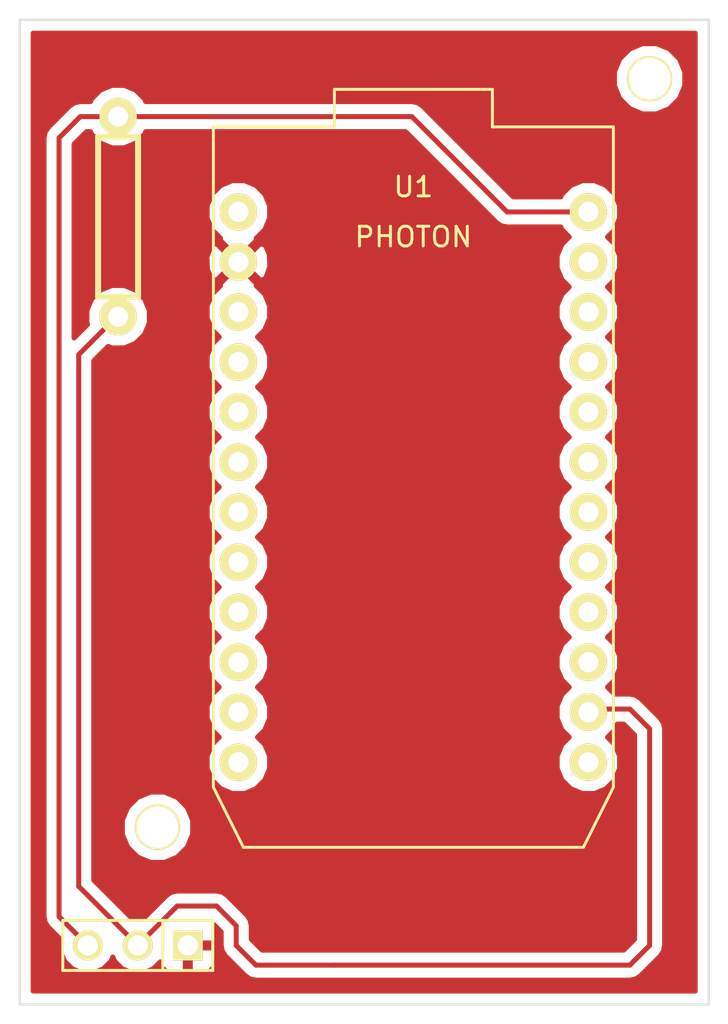
<source format=kicad_pcb>
(kicad_pcb (version 4) (host pcbnew "(2015-10-02 BZR 6241)-product")

  (general
    (links 5)
    (no_connects 1)
    (area 104.949999 94.949999 140.050001 145.050001)
    (thickness 1.6)
    (drawings 6)
    (tracks 23)
    (zones 0)
    (modules 6)
    (nets 24)
  )

  (page A3)
  (layers
    (0 F.Cu signal)
    (31 B.Cu signal hide)
    (32 B.Adhes user hide)
    (33 F.Adhes user)
    (34 B.Paste user hide)
    (35 F.Paste user)
    (36 B.SilkS user hide)
    (37 F.SilkS user)
    (38 B.Mask user hide)
    (39 F.Mask user)
    (40 Dwgs.User user)
    (41 Cmts.User user)
    (42 Eco1.User user hide)
    (43 Eco2.User user hide)
    (44 Edge.Cuts user)
  )

  (setup
    (last_trace_width 0.254)
    (trace_clearance 0.254)
    (zone_clearance 0.508)
    (zone_45_only no)
    (trace_min 0.254)
    (segment_width 0.2)
    (edge_width 0.1)
    (via_size 0.889)
    (via_drill 0.635)
    (via_min_size 0.889)
    (via_min_drill 0.508)
    (uvia_size 0.508)
    (uvia_drill 0.127)
    (uvias_allowed no)
    (uvia_min_size 0.508)
    (uvia_min_drill 0.127)
    (pcb_text_width 0.3)
    (pcb_text_size 1.5 1.5)
    (mod_edge_width 0.15)
    (mod_text_size 1 1)
    (mod_text_width 0.15)
    (pad_size 2.3 2.3)
    (pad_drill 2.1)
    (pad_to_mask_clearance 0)
    (aux_axis_origin 0 0)
    (visible_elements FFFCFFBF)
    (pcbplotparams
      (layerselection 0x00030_80000001)
      (usegerberextensions true)
      (excludeedgelayer true)
      (linewidth 0.150000)
      (plotframeref false)
      (viasonmask false)
      (mode 1)
      (useauxorigin false)
      (hpglpennumber 1)
      (hpglpenspeed 20)
      (hpglpendiameter 15)
      (hpglpenoverlay 2)
      (psnegative false)
      (psa4output false)
      (plotreference true)
      (plotvalue true)
      (plotinvisibletext false)
      (padsonsilk false)
      (subtractmaskfromsilk false)
      (outputformat 1)
      (mirror false)
      (drillshape 0)
      (scaleselection 1)
      (outputdirectory export/v1.0/))
  )

  (net 0 "")
  (net 1 GND)
  (net 2 "Net-(R1-Pad1)")
  (net 3 "Net-(R1-Pad2)")
  (net 4 "Net-(U1-Pad1)")
  (net 5 "Net-(U1-Pad3)")
  (net 6 "Net-(U1-Pad4)")
  (net 7 "Net-(U1-Pad5)")
  (net 8 "Net-(U1-Pad6)")
  (net 9 "Net-(U1-Pad7)")
  (net 10 "Net-(U1-Pad8)")
  (net 11 "Net-(U1-Pad9)")
  (net 12 "Net-(U1-Pad10)")
  (net 13 "Net-(U1-Pad11)")
  (net 14 "Net-(U1-Pad12)")
  (net 15 "Net-(U1-Pad23)")
  (net 16 "Net-(U1-Pad22)")
  (net 17 "Net-(U1-Pad20)")
  (net 18 "Net-(U1-Pad19)")
  (net 19 "Net-(U1-Pad18)")
  (net 20 "Net-(U1-Pad17)")
  (net 21 "Net-(U1-Pad16)")
  (net 22 "Net-(U1-Pad15)")
  (net 23 "Net-(U1-Pad13)")

  (net_class Default "This is the default net class."
    (clearance 0.254)
    (trace_width 0.254)
    (via_dia 0.889)
    (via_drill 0.635)
    (uvia_dia 0.508)
    (uvia_drill 0.127)
    (add_net GND)
    (add_net "Net-(R1-Pad1)")
    (add_net "Net-(R1-Pad2)")
    (add_net "Net-(U1-Pad1)")
    (add_net "Net-(U1-Pad10)")
    (add_net "Net-(U1-Pad11)")
    (add_net "Net-(U1-Pad12)")
    (add_net "Net-(U1-Pad13)")
    (add_net "Net-(U1-Pad15)")
    (add_net "Net-(U1-Pad16)")
    (add_net "Net-(U1-Pad17)")
    (add_net "Net-(U1-Pad18)")
    (add_net "Net-(U1-Pad19)")
    (add_net "Net-(U1-Pad20)")
    (add_net "Net-(U1-Pad22)")
    (add_net "Net-(U1-Pad23)")
    (add_net "Net-(U1-Pad3)")
    (add_net "Net-(U1-Pad4)")
    (add_net "Net-(U1-Pad5)")
    (add_net "Net-(U1-Pad6)")
    (add_net "Net-(U1-Pad7)")
    (add_net "Net-(U1-Pad8)")
    (add_net "Net-(U1-Pad9)")
  )

  (module 1pin (layer F.Cu) (tedit 56106687) (tstamp 560EA90C)
    (at 112 136)
    (descr "module 1 pin (ou trou mecanique de percage)")
    (tags DEV)
    (path 1pin)
    (fp_text reference 1PIN (at 0 -3.048) (layer Dwgs.User) hide
      (effects (font (size 1.016 1.016) (thickness 0.254)))
    )
    (fp_text value P*** (at -0.24 3.192) (layer Cmts.User) hide
      (effects (font (size 1.016 1.016) (thickness 0.254)))
    )
    (pad 1 thru_hole circle (at 0 0) (size 2.3 2.3) (drill 2.1) (layers *.Cu *.Mask F.SilkS))
  )

  (module 1pin (layer F.Cu) (tedit 56106665) (tstamp 560EA8C1)
    (at 137 98)
    (descr "module 1 pin (ou trou mecanique de percage)")
    (tags DEV)
    (path 1pin)
    (fp_text reference 1PIN (at 0 -3.048) (layer F.SilkS) hide
      (effects (font (size 1.016 1.016) (thickness 0.254)))
    )
    (fp_text value P*** (at 0 2.794) (layer F.SilkS) hide
      (effects (font (size 1.016 1.016) (thickness 0.254)))
    )
    (pad 1 thru_hole circle (at 0 0) (size 2.3 2.3) (drill 2.1) (layers *.Cu *.Mask F.SilkS))
  )

  (module PIN_ARRAY_3X1 (layer F.Cu) (tedit 560E7C44) (tstamp 560E75DB)
    (at 111 142 180)
    (descr "Connecteur 3 pins")
    (tags "CONN DEV")
    (path /560E62F3)
    (fp_text reference U2 (at 0.254 -2.159 180) (layer F.SilkS) hide
      (effects (font (size 1.016 1.016) (thickness 0.1524)))
    )
    (fp_text value DS18B20 (at 0 -2.159 180) (layer F.SilkS) hide
      (effects (font (size 1.016 1.016) (thickness 0.1524)))
    )
    (fp_line (start -3.81 1.27) (end -3.81 -1.27) (layer F.SilkS) (width 0.1524))
    (fp_line (start -3.81 -1.27) (end 3.81 -1.27) (layer F.SilkS) (width 0.1524))
    (fp_line (start 3.81 -1.27) (end 3.81 1.27) (layer F.SilkS) (width 0.1524))
    (fp_line (start 3.81 1.27) (end -3.81 1.27) (layer F.SilkS) (width 0.1524))
    (fp_line (start -1.27 -1.27) (end -1.27 1.27) (layer F.SilkS) (width 0.1524))
    (pad 1 thru_hole rect (at -2.54 0 180) (size 1.524 1.524) (drill 1.016) (layers *.Cu *.Mask F.SilkS)
      (net 1 GND))
    (pad 2 thru_hole circle (at 0 0 180) (size 1.524 1.524) (drill 1.016) (layers *.Cu *.Mask F.SilkS)
      (net 3 "Net-(R1-Pad2)"))
    (pad 3 thru_hole circle (at 2.54 0 180) (size 1.524 1.524) (drill 1.016) (layers *.Cu *.Mask F.SilkS)
      (net 2 "Net-(R1-Pad1)"))
    (model pin_array/pins_array_3x1.wrl
      (at (xyz 0 0 0))
      (scale (xyz 1 1 1))
      (rotate (xyz 0 0 0))
    )
  )

  (module OSHW_MASK_7MM (layer F.Cu) (tedit 0) (tstamp 560FF3F5)
    (at 125 114)
    (fp_text reference G*** (at 0 3.71094) (layer F.Mask) hide
      (effects (font (size 0.3175 0.3175) (thickness 0.0635)))
    )
    (fp_text value LOGO (at 0 -3.71094) (layer F.Mask) hide
      (effects (font (size 0.3175 0.3175) (thickness 0.0635)))
    )
    (fp_poly (pts (xy -2.1209 3.14452) (xy -2.08534 3.1242) (xy -2.00152 3.0734) (xy -1.88468 2.9972)
      (xy -1.74752 2.90322) (xy -1.60782 2.80924) (xy -1.49606 2.73304) (xy -1.41478 2.68224)
      (xy -1.38176 2.66446) (xy -1.36398 2.66954) (xy -1.29794 2.70256) (xy -1.20142 2.75082)
      (xy -1.14808 2.7813) (xy -1.05918 2.8194) (xy -1.016 2.82702) (xy -1.00838 2.81432)
      (xy -0.97536 2.74574) (xy -0.92456 2.63144) (xy -0.85852 2.48158) (xy -0.78486 2.30378)
      (xy -0.70358 2.11074) (xy -0.6223 1.91516) (xy -0.54356 1.72974) (xy -0.47498 1.5621)
      (xy -0.42164 1.42494) (xy -0.38354 1.33096) (xy -0.37084 1.29032) (xy -0.37592 1.2827)
      (xy -0.4191 1.23952) (xy -0.4953 1.1811) (xy -0.6604 1.04648) (xy -0.8255 0.84328)
      (xy -0.92456 0.61214) (xy -0.95758 0.35306) (xy -0.92964 0.1143) (xy -0.83566 -0.1143)
      (xy -0.67564 -0.32004) (xy -0.4826 -0.47244) (xy -0.254 -0.5715) (xy 0 -0.60198)
      (xy 0.24384 -0.57404) (xy 0.47752 -0.4826) (xy 0.68326 -0.32512) (xy 0.77216 -0.22352)
      (xy 0.89154 -0.01524) (xy 0.96012 0.20828) (xy 0.96774 0.26416) (xy 0.95758 0.51054)
      (xy 0.88392 0.74676) (xy 0.75438 0.95758) (xy 0.57404 1.1303) (xy 0.55118 1.14554)
      (xy 0.46736 1.20904) (xy 0.41148 1.25222) (xy 0.3683 1.28778) (xy 0.68072 2.03962)
      (xy 0.73152 2.16154) (xy 0.81788 2.36728) (xy 0.89408 2.54508) (xy 0.9525 2.68478)
      (xy 0.99568 2.77876) (xy 1.01346 2.81686) (xy 1.016 2.8194) (xy 1.04394 2.82448)
      (xy 1.09982 2.80416) (xy 1.2065 2.75336) (xy 1.27508 2.7178) (xy 1.35636 2.67716)
      (xy 1.39192 2.66446) (xy 1.4224 2.6797) (xy 1.4986 2.7305) (xy 1.61036 2.80416)
      (xy 1.74498 2.8956) (xy 1.87452 2.9845) (xy 1.99136 3.0607) (xy 2.07772 3.11658)
      (xy 2.11836 3.13944) (xy 2.12598 3.13944) (xy 2.16408 3.11912) (xy 2.23012 3.0607)
      (xy 2.33426 2.96418) (xy 2.47904 2.82194) (xy 2.5019 2.79908) (xy 2.62128 2.67716)
      (xy 2.7178 2.57556) (xy 2.7813 2.50444) (xy 2.8067 2.47142) (xy 2.8067 2.47142)
      (xy 2.78384 2.43078) (xy 2.7305 2.34442) (xy 2.65176 2.22504) (xy 2.55524 2.08534)
      (xy 2.30632 1.72212) (xy 2.44348 1.37922) (xy 2.48666 1.27508) (xy 2.54 1.14808)
      (xy 2.5781 1.05664) (xy 2.59842 1.01854) (xy 2.63652 1.0033) (xy 2.7305 0.98298)
      (xy 2.86512 0.95504) (xy 3.02768 0.92456) (xy 3.18262 0.89408) (xy 3.32232 0.86868)
      (xy 3.42138 0.84836) (xy 3.4671 0.84074) (xy 3.47726 0.83312) (xy 3.48742 0.8128)
      (xy 3.4925 0.76454) (xy 3.49758 0.68072) (xy 3.49758 0.5461) (xy 3.49758 0.35306)
      (xy 3.49758 0.33274) (xy 3.49758 0.14732) (xy 3.4925 0.00254) (xy 3.48742 -0.09398)
      (xy 3.48234 -0.13208) (xy 3.48234 -0.13208) (xy 3.43916 -0.14224) (xy 3.3401 -0.16256)
      (xy 3.2004 -0.1905) (xy 3.0353 -0.22098) (xy 3.02514 -0.22352) (xy 2.8575 -0.25654)
      (xy 2.72034 -0.28448) (xy 2.62382 -0.30734) (xy 2.58064 -0.32004) (xy 2.57302 -0.3302)
      (xy 2.54 -0.39624) (xy 2.49174 -0.49784) (xy 2.4384 -0.62484) (xy 2.38252 -0.75438)
      (xy 2.3368 -0.87122) (xy 2.30632 -0.95758) (xy 2.29616 -0.99822) (xy 2.29616 -0.99822)
      (xy 2.32156 -1.03886) (xy 2.37744 -1.12268) (xy 2.45872 -1.24206) (xy 2.55524 -1.3843)
      (xy 2.56286 -1.39446) (xy 2.65684 -1.53416) (xy 2.73558 -1.65354) (xy 2.78638 -1.73736)
      (xy 2.8067 -1.77546) (xy 2.80416 -1.778) (xy 2.77368 -1.81864) (xy 2.70256 -1.89992)
      (xy 2.60096 -2.0066) (xy 2.4765 -2.12852) (xy 2.4384 -2.16662) (xy 2.30378 -2.30124)
      (xy 2.20726 -2.3876) (xy 2.14884 -2.43332) (xy 2.1209 -2.44348) (xy 2.1209 -2.44348)
      (xy 2.07772 -2.41808) (xy 1.98882 -2.35966) (xy 1.86944 -2.27838) (xy 1.7272 -2.18186)
      (xy 1.71704 -2.17678) (xy 1.57734 -2.08026) (xy 1.4605 -2.00152) (xy 1.37922 -1.94564)
      (xy 1.34366 -1.92532) (xy 1.33604 -1.92532) (xy 1.28016 -1.94056) (xy 1.1811 -1.97612)
      (xy 1.05664 -2.02438) (xy 0.9271 -2.07518) (xy 0.81026 -2.12598) (xy 0.72136 -2.16662)
      (xy 0.68072 -2.18948) (xy 0.67818 -2.19202) (xy 0.66548 -2.24282) (xy 0.64008 -2.34696)
      (xy 0.6096 -2.49174) (xy 0.57912 -2.66192) (xy 0.57404 -2.68986) (xy 0.54102 -2.85496)
      (xy 0.51562 -2.99466) (xy 0.4953 -3.08864) (xy 0.48514 -3.12928) (xy 0.46228 -3.13436)
      (xy 0.381 -3.13944) (xy 0.25654 -3.14198) (xy 0.10414 -3.14452) (xy -0.05334 -3.14452)
      (xy -0.20828 -3.13944) (xy -0.34036 -3.13436) (xy -0.43434 -3.12928) (xy -0.47244 -3.12166)
      (xy -0.47498 -3.11912) (xy -0.49022 -3.06832) (xy -0.51308 -2.96164) (xy -0.54102 -2.81686)
      (xy -0.57404 -2.64668) (xy -0.57912 -2.6162) (xy -0.61214 -2.44856) (xy -0.64008 -2.3114)
      (xy -0.6604 -2.21996) (xy -0.67056 -2.18186) (xy -0.6858 -2.17424) (xy -0.75438 -2.14376)
      (xy -0.86614 -2.09804) (xy -1.0033 -2.04216) (xy -1.32334 -1.91262) (xy -1.71704 -2.18186)
      (xy -1.7526 -2.20472) (xy -1.89484 -2.30124) (xy -2.00914 -2.37998) (xy -2.09042 -2.43078)
      (xy -2.12344 -2.4511) (xy -2.12598 -2.44856) (xy -2.16662 -2.41554) (xy -2.24536 -2.34188)
      (xy -2.3495 -2.23774) (xy -2.47396 -2.11582) (xy -2.5654 -2.02438) (xy -2.67462 -1.91262)
      (xy -2.7432 -1.83896) (xy -2.77876 -1.7907) (xy -2.794 -1.76276) (xy -2.78892 -1.74498)
      (xy -2.76352 -1.70434) (xy -2.70764 -1.61798) (xy -2.62636 -1.4986) (xy -2.52984 -1.3589)
      (xy -2.4511 -1.24206) (xy -2.36728 -1.10998) (xy -2.3114 -1.016) (xy -2.29108 -0.97028)
      (xy -2.29616 -0.9525) (xy -2.3241 -0.87376) (xy -2.36982 -0.75946) (xy -2.43078 -0.61976)
      (xy -2.5654 -0.30988) (xy -2.77114 -0.26924) (xy -2.89306 -0.24638) (xy -3.06578 -0.21336)
      (xy -3.23088 -0.18034) (xy -3.48996 -0.13208) (xy -3.50012 0.81534) (xy -3.45948 0.83312)
      (xy -3.42138 0.84328) (xy -3.32486 0.8636) (xy -3.1877 0.89154) (xy -3.02768 0.92202)
      (xy -2.89052 0.94742) (xy -2.75336 0.97536) (xy -2.6543 0.99314) (xy -2.60858 1.0033)
      (xy -2.59842 1.01854) (xy -2.56286 1.08458) (xy -2.5146 1.19126) (xy -2.45872 1.31826)
      (xy -2.40284 1.45288) (xy -2.35458 1.5748) (xy -2.32156 1.66878) (xy -2.30886 1.71704)
      (xy -2.32664 1.7526) (xy -2.37998 1.83388) (xy -2.45618 1.95072) (xy -2.55016 2.08788)
      (xy -2.64414 2.22504) (xy -2.72288 2.34188) (xy -2.77876 2.4257) (xy -2.80162 2.4638)
      (xy -2.78892 2.49174) (xy -2.73558 2.55778) (xy -2.63144 2.66446) (xy -2.4765 2.81686)
      (xy -2.4511 2.84226) (xy -2.32918 2.9591) (xy -2.22504 3.05562) (xy -2.15392 3.11912)
      (xy -2.1209 3.14452)) (layer F.Mask) (width 0.00254))
  )

  (module R4 (layer F.Cu) (tedit 561062EE) (tstamp 560E75CF)
    (at 110 105 270)
    (descr "Resitance 4 pas")
    (tags R)
    (path /560E63B9)
    (autoplace_cost180 10)
    (fp_text reference R1 (at 0 0 270) (layer F.SilkS) hide
      (effects (font (size 1.397 1.27) (thickness 0.2032)))
    )
    (fp_text value 4.7kΩ (at 0 2.54 270) (layer F.SilkS) hide
      (effects (font (size 1.397 1.27) (thickness 0.2032)))
    )
    (fp_line (start -5.08 0) (end -4.064 0) (layer F.SilkS) (width 0.3048))
    (fp_line (start -4.064 0) (end -4.064 -1.016) (layer F.SilkS) (width 0.3048))
    (fp_line (start -4.064 -1.016) (end 4.064 -1.016) (layer F.SilkS) (width 0.3048))
    (fp_line (start 4.064 -1.016) (end 4.064 1.016) (layer F.SilkS) (width 0.3048))
    (fp_line (start 4.064 1.016) (end -4.064 1.016) (layer F.SilkS) (width 0.3048))
    (fp_line (start -4.064 1.016) (end -4.064 0) (layer F.SilkS) (width 0.3048))
    (fp_line (start 5.08 0) (end 4.064 0) (layer F.SilkS) (width 0.3048))
    (pad 1 thru_hole circle (at -5.08 0 270) (size 1.9 1.9) (drill 1.02) (layers *.Cu *.Mask F.SilkS)
      (net 2 "Net-(R1-Pad1)"))
    (pad 2 thru_hole circle (at 5.08 0 270) (size 1.9 1.9) (drill 1.02) (layers *.Cu *.Mask F.SilkS)
      (net 3 "Net-(R1-Pad2)"))
    (model discret/resistor.wrl
      (at (xyz 0 0 0))
      (scale (xyz 0.4 0.4 0.4))
      (rotate (xyz 0 0 0))
    )
  )

  (module PHOTON (layer F.Cu) (tedit 56106564) (tstamp 560FF607)
    (at 125 120)
    (path /560E663B)
    (fp_text reference U1 (at 0 -16.51) (layer F.SilkS)
      (effects (font (size 1 1) (thickness 0.15)))
    )
    (fp_text value PHOTON (at 0 -13.97) (layer F.SilkS)
      (effects (font (size 1 1) (thickness 0.15)))
    )
    (fp_line (start 6.35 21.59) (end 7.62 21.59) (layer Dwgs.User) (width 0.15))
    (fp_line (start 7.62 21.59) (end 7.62 8.89) (layer Dwgs.User) (width 0.15))
    (fp_line (start 7.62 8.89) (end -7.62 8.89) (layer Dwgs.User) (width 0.15))
    (fp_line (start 6.35 21.59) (end -7.62 21.59) (layer Dwgs.User) (width 0.15))
    (fp_line (start -7.62 21.59) (end -7.62 8.89) (layer Dwgs.User) (width 0.15))
    (fp_line (start 10.16 13.97) (end 8.636 17.018) (layer F.SilkS) (width 0.15))
    (fp_line (start -10.16 13.97) (end -8.636 17.018) (layer F.SilkS) (width 0.15))
    (fp_line (start -8.636 17.018) (end 8.636 17.018) (layer F.SilkS) (width 0.15))
    (fp_line (start 10.16 -19.558) (end 10.16 13.97) (layer F.SilkS) (width 0.15))
    (fp_line (start -10.16 -19.558) (end -10.16 13.97) (layer F.SilkS) (width 0.15))
    (fp_line (start 4.0132 -19.558) (end 10.16 -19.558) (layer F.SilkS) (width 0.15))
    (fp_line (start -4.0132 -19.558) (end -10.16 -19.558) (layer F.SilkS) (width 0.15))
    (fp_line (start -4.0132 -21.463) (end -4.0132 -19.558) (layer F.SilkS) (width 0.15))
    (fp_line (start 4.0132 -21.463) (end 4.0132 -19.558) (layer F.SilkS) (width 0.15))
    (fp_line (start -4.0132 -21.463) (end 4.0132 -21.463) (layer F.SilkS) (width 0.15))
    (pad 1 thru_hole circle (at -8.89 -15.24) (size 1.9 1.9) (drill 1.02) (layers *.Cu *.Mask F.SilkS)
      (net 4 "Net-(U1-Pad1)"))
    (pad 2 thru_hole circle (at -8.89 -12.7) (size 1.9 1.9) (drill 1.02) (layers *.Cu *.Mask F.SilkS)
      (net 1 GND))
    (pad 3 thru_hole circle (at -8.89 -10.16) (size 1.9 1.9) (drill 1.02) (layers *.Cu *.Mask F.SilkS)
      (net 5 "Net-(U1-Pad3)"))
    (pad 4 thru_hole circle (at -8.89 -7.62) (size 1.9 1.9) (drill 1.02) (layers *.Cu *.Mask F.SilkS)
      (net 6 "Net-(U1-Pad4)"))
    (pad 5 thru_hole circle (at -8.89 -5.08) (size 1.9 1.9) (drill 1.02) (layers *.Cu *.Mask F.SilkS)
      (net 7 "Net-(U1-Pad5)"))
    (pad 6 thru_hole circle (at -8.89 -2.54) (size 1.9 1.9) (drill 1.02) (layers *.Cu *.Mask F.SilkS)
      (net 8 "Net-(U1-Pad6)"))
    (pad 7 thru_hole circle (at -8.89 0) (size 1.9 1.9) (drill 1.02) (layers *.Cu *.Mask F.SilkS)
      (net 9 "Net-(U1-Pad7)"))
    (pad 8 thru_hole circle (at -8.89 2.54) (size 1.9 1.9) (drill 1.02) (layers *.Cu *.Mask F.SilkS)
      (net 10 "Net-(U1-Pad8)"))
    (pad 9 thru_hole circle (at -8.89 5.08) (size 1.9 1.9) (drill 1.02) (layers *.Cu *.Mask F.SilkS)
      (net 11 "Net-(U1-Pad9)"))
    (pad 10 thru_hole circle (at -8.89 7.62) (size 1.9 1.9) (drill 1.02) (layers *.Cu *.Mask F.SilkS)
      (net 12 "Net-(U1-Pad10)"))
    (pad 11 thru_hole circle (at -8.89 10.16) (size 1.9 1.9) (drill 1.02) (layers *.Cu *.Mask F.SilkS)
      (net 13 "Net-(U1-Pad11)"))
    (pad 12 thru_hole circle (at -8.89 12.7) (size 1.9 1.9) (drill 1.02) (layers *.Cu *.Mask F.SilkS)
      (net 14 "Net-(U1-Pad12)"))
    (pad 24 thru_hole circle (at 8.89 -15.24) (size 1.9 1.9) (drill 1.02) (layers *.Cu *.Mask F.SilkS)
      (net 2 "Net-(R1-Pad1)"))
    (pad 23 thru_hole circle (at 8.89 -12.7) (size 1.9 1.9) (drill 1.02) (layers *.Cu *.Mask F.SilkS)
      (net 15 "Net-(U1-Pad23)"))
    (pad 22 thru_hole circle (at 8.89 -10.16) (size 1.9 1.9) (drill 1.02) (layers *.Cu *.Mask F.SilkS)
      (net 16 "Net-(U1-Pad22)"))
    (pad 21 thru_hole circle (at 8.89 -7.62) (size 1.9 1.9) (drill 1.02) (layers *.Cu *.Mask F.SilkS)
      (net 1 GND))
    (pad 20 thru_hole circle (at 8.89 -5.08) (size 1.9 1.9) (drill 1.02) (layers *.Cu *.Mask F.SilkS)
      (net 17 "Net-(U1-Pad20)"))
    (pad 19 thru_hole circle (at 8.89 -2.54) (size 1.9 1.9) (drill 1.02) (layers *.Cu *.Mask F.SilkS)
      (net 18 "Net-(U1-Pad19)"))
    (pad 18 thru_hole circle (at 8.89 0) (size 1.9 1.9) (drill 1.02) (layers *.Cu *.Mask F.SilkS)
      (net 19 "Net-(U1-Pad18)"))
    (pad 17 thru_hole circle (at 8.89 2.54) (size 1.9 1.9) (drill 1.02) (layers *.Cu *.Mask F.SilkS)
      (net 20 "Net-(U1-Pad17)"))
    (pad 16 thru_hole circle (at 8.89 5.08) (size 1.9 1.9) (drill 1.02) (layers *.Cu *.Mask F.SilkS)
      (net 21 "Net-(U1-Pad16)"))
    (pad 15 thru_hole circle (at 8.89 7.62) (size 1.9 1.9) (drill 1.02) (layers *.Cu *.Mask F.SilkS)
      (net 22 "Net-(U1-Pad15)"))
    (pad 14 thru_hole circle (at 8.89 10.16) (size 1.9 1.9) (drill 1.02) (layers *.Cu *.Mask F.SilkS)
      (net 3 "Net-(R1-Pad2)"))
    (pad 13 thru_hole circle (at 8.89 12.7) (size 1.9 1.9) (drill 1.02) (layers *.Cu *.Mask F.SilkS)
      (net 23 "Net-(U1-Pad13)"))
  )

  (gr_text "Photon Sensor Board\nv1.0 2015" (at 111.76 122.428 90) (layer F.Mask)
    (effects (font (size 1.25 1.25) (thickness 0.3)))
  )
  (gr_text "open source\nhardware" (at 125 119) (layer F.Mask)
    (effects (font (size 1.3 1.3) (thickness 0.3)))
  )
  (gr_line (start 105 95) (end 140 95) (angle 90) (layer Edge.Cuts) (width 0.1))
  (gr_line (start 105 145) (end 105 95) (angle 90) (layer Edge.Cuts) (width 0.1))
  (gr_line (start 140 145) (end 105 145) (angle 90) (layer Edge.Cuts) (width 0.1))
  (gr_line (start 140 95) (end 140 145) (angle 90) (layer Edge.Cuts) (width 0.1))

  (segment (start 110 99.92) (end 108.08 99.92) (width 0.254) (layer F.Cu) (net 2))
  (segment (start 107 140.54) (end 108.46 142) (width 0.254) (layer F.Cu) (net 2) (tstamp 560F3807))
  (segment (start 107 101) (end 107 140.54) (width 0.254) (layer F.Cu) (net 2) (tstamp 560F3806))
  (segment (start 108.08 99.92) (end 107 101) (width 0.254) (layer F.Cu) (net 2) (tstamp 560F3805))
  (segment (start 110 99.92) (end 124.92 99.92) (width 0.254) (layer F.Cu) (net 2))
  (segment (start 129.76 104.76) (end 133.89 104.76) (width 0.254) (layer F.Cu) (net 2) (tstamp 560E7AF7))
  (segment (start 124.92 99.92) (end 129.76 104.76) (width 0.254) (layer F.Cu) (net 2) (tstamp 560E7AF6))
  (segment (start 134.05 130) (end 133.89 130.16) (width 0.254) (layer F.Cu) (net 3) (tstamp 560FF41F))
  (segment (start 136 130) (end 134.05 130) (width 0.254) (layer F.Cu) (net 3) (tstamp 560FF41E))
  (segment (start 137 131) (end 136 130) (width 0.254) (layer F.Cu) (net 3) (tstamp 560FF41D))
  (segment (start 137 142) (end 137 131) (width 0.254) (layer F.Cu) (net 3) (tstamp 560FF41C))
  (segment (start 136 143) (end 137 142) (width 0.254) (layer F.Cu) (net 3) (tstamp 560FF41B))
  (segment (start 121 143) (end 136 143) (width 0.254) (layer F.Cu) (net 3) (tstamp 560FF41A))
  (segment (start 117 143) (end 121 143) (width 0.254) (layer F.Cu) (net 3) (tstamp 560FF419))
  (segment (start 116 142) (end 117 143) (width 0.254) (layer F.Cu) (net 3) (tstamp 560FF418))
  (segment (start 116 141) (end 116 142) (width 0.254) (layer F.Cu) (net 3) (tstamp 560FF417))
  (segment (start 115 140) (end 116 141) (width 0.254) (layer F.Cu) (net 3) (tstamp 560FF416))
  (segment (start 113 140) (end 115 140) (width 0.254) (layer F.Cu) (net 3) (tstamp 560FF415))
  (segment (start 111 142) (end 113 140) (width 0.254) (layer F.Cu) (net 3))
  (segment (start 110 110.08) (end 109.92 110.08) (width 0.254) (layer F.Cu) (net 3))
  (segment (start 108 139) (end 111 142) (width 0.254) (layer F.Cu) (net 3) (tstamp 560F3815))
  (segment (start 108 112) (end 108 139) (width 0.254) (layer F.Cu) (net 3) (tstamp 560F3813))
  (segment (start 109.92 110.08) (end 108 112) (width 0.254) (layer F.Cu) (net 3) (tstamp 560F3812))

  (zone (net 1) (net_name GND) (layer F.Cu) (tstamp 560F96A7) (hatch edge 0.508)
    (connect_pads (clearance 0.508))
    (min_thickness 0.254)
    (fill yes (arc_segments 16) (thermal_gap 0.508) (thermal_bridge_width 0.508))
    (polygon
      (pts
        (xy 104 94) (xy 141 94) (xy 141 146) (xy 104 146)
      )
    )
    (filled_polygon
      (pts
        (xy 139.315 144.315) (xy 105.685 144.315) (xy 105.685 101) (xy 106.238 101) (xy 106.238 140.54)
        (xy 106.296004 140.831605) (xy 106.461185 141.078815) (xy 107.074987 141.692617) (xy 107.063243 141.7209) (xy 107.062758 142.276661)
        (xy 107.27499 142.790303) (xy 107.66763 143.183629) (xy 108.1809 143.396757) (xy 108.736661 143.397242) (xy 109.250303 143.18501)
        (xy 109.643629 142.79237) (xy 109.729949 142.584488) (xy 109.81499 142.790303) (xy 110.20763 143.183629) (xy 110.7209 143.396757)
        (xy 111.276661 143.397242) (xy 111.790303 143.18501) (xy 112.143 142.832928) (xy 112.143 142.88831) (xy 112.239673 143.121699)
        (xy 112.418302 143.300327) (xy 112.651691 143.397) (xy 113.25425 143.397) (xy 113.413 143.23825) (xy 113.413 142.127)
        (xy 113.667 142.127) (xy 113.667 143.23825) (xy 113.82575 143.397) (xy 114.428309 143.397) (xy 114.661698 143.300327)
        (xy 114.840327 143.121699) (xy 114.937 142.88831) (xy 114.937 142.28575) (xy 114.77825 142.127) (xy 113.667 142.127)
        (xy 113.413 142.127) (xy 113.393 142.127) (xy 113.393 141.873) (xy 113.413 141.873) (xy 113.413 141.853)
        (xy 113.667 141.853) (xy 113.667 141.873) (xy 114.77825 141.873) (xy 114.937 141.71425) (xy 114.937 141.11169)
        (xy 114.868368 140.945999) (xy 115.238 141.315631) (xy 115.238 142) (xy 115.296004 142.291605) (xy 115.409314 142.461185)
        (xy 115.461185 142.538815) (xy 116.461185 143.538816) (xy 116.708396 143.703997) (xy 117 143.762) (xy 136 143.762)
        (xy 136.291605 143.703996) (xy 136.538815 143.538815) (xy 137.538816 142.538815) (xy 137.703997 142.291604) (xy 137.762 142)
        (xy 137.762 131) (xy 137.714659 130.762) (xy 137.703997 130.708396) (xy 137.538816 130.461185) (xy 136.538815 129.461185)
        (xy 136.291605 129.296004) (xy 136 129.238) (xy 135.209182 129.238) (xy 134.861529 128.889739) (xy 135.232914 128.519003)
        (xy 135.474724 127.936659) (xy 135.475275 127.306107) (xy 135.234481 126.723343) (xy 134.861529 126.349739) (xy 135.232914 125.979003)
        (xy 135.474724 125.396659) (xy 135.475275 124.766107) (xy 135.234481 124.183343) (xy 134.861529 123.809739) (xy 135.232914 123.439003)
        (xy 135.474724 122.856659) (xy 135.475275 122.226107) (xy 135.234481 121.643343) (xy 134.861529 121.269739) (xy 135.232914 120.899003)
        (xy 135.474724 120.316659) (xy 135.475275 119.686107) (xy 135.234481 119.103343) (xy 134.861529 118.729739) (xy 135.232914 118.359003)
        (xy 135.474724 117.776659) (xy 135.475275 117.146107) (xy 135.234481 116.563343) (xy 134.861529 116.189739) (xy 135.232914 115.819003)
        (xy 135.474724 115.236659) (xy 135.475275 114.606107) (xy 135.234481 114.023343) (xy 134.861529 113.649739) (xy 135.232914 113.279003)
        (xy 135.474724 112.696659) (xy 135.475275 112.066107) (xy 135.234481 111.483343) (xy 134.861529 111.109739) (xy 135.232914 110.739003)
        (xy 135.474724 110.156659) (xy 135.475275 109.526107) (xy 135.234481 108.943343) (xy 134.861529 108.569739) (xy 135.232914 108.199003)
        (xy 135.474724 107.616659) (xy 135.475275 106.986107) (xy 135.234481 106.403343) (xy 134.861529 106.029739) (xy 135.232914 105.659003)
        (xy 135.474724 105.076659) (xy 135.475275 104.446107) (xy 135.234481 103.863343) (xy 134.789003 103.417086) (xy 134.206659 103.175276)
        (xy 133.576107 103.174725) (xy 132.993343 103.415519) (xy 132.547086 103.860997) (xy 132.490197 103.998) (xy 130.075631 103.998)
        (xy 125.458815 99.381185) (xy 125.458814 99.381184) (xy 125.211605 99.216004) (xy 124.92 99.158) (xy 111.40012 99.158)
        (xy 111.344481 99.023343) (xy 110.899003 98.577086) (xy 110.36055 98.353501) (xy 135.214691 98.353501) (xy 135.485868 99.0098)
        (xy 135.987559 99.512367) (xy 136.643384 99.784689) (xy 137.353501 99.785309) (xy 138.0098 99.514132) (xy 138.512367 99.012441)
        (xy 138.784689 98.356616) (xy 138.785309 97.646499) (xy 138.514132 96.9902) (xy 138.012441 96.487633) (xy 137.356616 96.215311)
        (xy 136.646499 96.214691) (xy 135.9902 96.485868) (xy 135.487633 96.987559) (xy 135.215311 97.643384) (xy 135.214691 98.353501)
        (xy 110.36055 98.353501) (xy 110.316659 98.335276) (xy 109.686107 98.334725) (xy 109.103343 98.575519) (xy 108.657086 99.020997)
        (xy 108.600197 99.158) (xy 108.08 99.158) (xy 107.788395 99.216004) (xy 107.689377 99.282166) (xy 107.541185 99.381184)
        (xy 106.461185 100.461185) (xy 106.296004 100.708395) (xy 106.238 101) (xy 105.685 101) (xy 105.685 95.685)
        (xy 139.315 95.685)
      )
    )
    (filled_polygon
      (pts
        (xy 108.655519 100.816657) (xy 109.100997 101.262914) (xy 109.683341 101.504724) (xy 110.313893 101.505275) (xy 110.896657 101.264481)
        (xy 111.342914 100.819003) (xy 111.399803 100.682) (xy 124.60437 100.682) (xy 129.221185 105.298816) (xy 129.369377 105.397834)
        (xy 129.468395 105.463996) (xy 129.76 105.522) (xy 132.48988 105.522) (xy 132.545519 105.656657) (xy 132.918471 106.030261)
        (xy 132.547086 106.400997) (xy 132.305276 106.983341) (xy 132.304725 107.613893) (xy 132.545519 108.196657) (xy 132.918471 108.570261)
        (xy 132.547086 108.940997) (xy 132.305276 109.523341) (xy 132.304725 110.153893) (xy 132.545519 110.736657) (xy 132.918471 111.110261)
        (xy 132.547086 111.480997) (xy 132.305276 112.063341) (xy 132.304725 112.693893) (xy 132.545519 113.276657) (xy 132.918471 113.650261)
        (xy 132.547086 114.020997) (xy 132.305276 114.603341) (xy 132.304725 115.233893) (xy 132.545519 115.816657) (xy 132.918471 116.190261)
        (xy 132.547086 116.560997) (xy 132.305276 117.143341) (xy 132.304725 117.773893) (xy 132.545519 118.356657) (xy 132.918471 118.730261)
        (xy 132.547086 119.100997) (xy 132.305276 119.683341) (xy 132.304725 120.313893) (xy 132.545519 120.896657) (xy 132.918471 121.270261)
        (xy 132.547086 121.640997) (xy 132.305276 122.223341) (xy 132.304725 122.853893) (xy 132.545519 123.436657) (xy 132.918471 123.810261)
        (xy 132.547086 124.180997) (xy 132.305276 124.763341) (xy 132.304725 125.393893) (xy 132.545519 125.976657) (xy 132.918471 126.350261)
        (xy 132.547086 126.720997) (xy 132.305276 127.303341) (xy 132.304725 127.933893) (xy 132.545519 128.516657) (xy 132.918471 128.890261)
        (xy 132.547086 129.260997) (xy 132.305276 129.843341) (xy 132.304725 130.473893) (xy 132.545519 131.056657) (xy 132.918471 131.430261)
        (xy 132.547086 131.800997) (xy 132.305276 132.383341) (xy 132.304725 133.013893) (xy 132.545519 133.596657) (xy 132.990997 134.042914)
        (xy 133.573341 134.284724) (xy 134.203893 134.285275) (xy 134.786657 134.044481) (xy 135.232914 133.599003) (xy 135.474724 133.016659)
        (xy 135.475275 132.386107) (xy 135.234481 131.803343) (xy 134.861529 131.429739) (xy 135.232914 131.059003) (xy 135.35624 130.762)
        (xy 135.68437 130.762) (xy 136.238 131.315631) (xy 136.238 141.684369) (xy 135.68437 142.238) (xy 117.315631 142.238)
        (xy 116.762 141.68437) (xy 116.762 141) (xy 116.703997 140.708396) (xy 116.538816 140.461185) (xy 115.538815 139.461185)
        (xy 115.291605 139.296004) (xy 115 139.238) (xy 113 139.238) (xy 112.708395 139.296004) (xy 112.461185 139.461185)
        (xy 111.307383 140.614987) (xy 111.2791 140.603243) (xy 110.723339 140.602758) (xy 110.692947 140.615316) (xy 108.762 138.68437)
        (xy 108.762 136.353501) (xy 110.214691 136.353501) (xy 110.485868 137.0098) (xy 110.987559 137.512367) (xy 111.643384 137.784689)
        (xy 112.353501 137.785309) (xy 113.0098 137.514132) (xy 113.512367 137.012441) (xy 113.784689 136.356616) (xy 113.785309 135.646499)
        (xy 113.514132 134.9902) (xy 113.012441 134.487633) (xy 112.356616 134.215311) (xy 111.646499 134.214691) (xy 110.9902 134.485868)
        (xy 110.487633 134.987559) (xy 110.215311 135.643384) (xy 110.214691 136.353501) (xy 108.762 136.353501) (xy 108.762 112.31563)
        (xy 109.492253 111.585377) (xy 109.683341 111.664724) (xy 110.313893 111.665275) (xy 110.896657 111.424481) (xy 111.342914 110.979003)
        (xy 111.584724 110.396659) (xy 111.584936 110.153893) (xy 114.524725 110.153893) (xy 114.765519 110.736657) (xy 115.138471 111.110261)
        (xy 114.767086 111.480997) (xy 114.525276 112.063341) (xy 114.524725 112.693893) (xy 114.765519 113.276657) (xy 115.138471 113.650261)
        (xy 114.767086 114.020997) (xy 114.525276 114.603341) (xy 114.524725 115.233893) (xy 114.765519 115.816657) (xy 115.138471 116.190261)
        (xy 114.767086 116.560997) (xy 114.525276 117.143341) (xy 114.524725 117.773893) (xy 114.765519 118.356657) (xy 115.138471 118.730261)
        (xy 114.767086 119.100997) (xy 114.525276 119.683341) (xy 114.524725 120.313893) (xy 114.765519 120.896657) (xy 115.138471 121.270261)
        (xy 114.767086 121.640997) (xy 114.525276 122.223341) (xy 114.524725 122.853893) (xy 114.765519 123.436657) (xy 115.138471 123.810261)
        (xy 114.767086 124.180997) (xy 114.525276 124.763341) (xy 114.524725 125.393893) (xy 114.765519 125.976657) (xy 115.138471 126.350261)
        (xy 114.767086 126.720997) (xy 114.525276 127.303341) (xy 114.524725 127.933893) (xy 114.765519 128.516657) (xy 115.138471 128.890261)
        (xy 114.767086 129.260997) (xy 114.525276 129.843341) (xy 114.524725 130.473893) (xy 114.765519 131.056657) (xy 115.138471 131.430261)
        (xy 114.767086 131.800997) (xy 114.525276 132.383341) (xy 114.524725 133.013893) (xy 114.765519 133.596657) (xy 115.210997 134.042914)
        (xy 115.793341 134.284724) (xy 116.423893 134.285275) (xy 117.006657 134.044481) (xy 117.452914 133.599003) (xy 117.694724 133.016659)
        (xy 117.695275 132.386107) (xy 117.454481 131.803343) (xy 117.081529 131.429739) (xy 117.452914 131.059003) (xy 117.694724 130.476659)
        (xy 117.695275 129.846107) (xy 117.454481 129.263343) (xy 117.081529 128.889739) (xy 117.452914 128.519003) (xy 117.694724 127.936659)
        (xy 117.695275 127.306107) (xy 117.454481 126.723343) (xy 117.081529 126.349739) (xy 117.452914 125.979003) (xy 117.694724 125.396659)
        (xy 117.695275 124.766107) (xy 117.454481 124.183343) (xy 117.081529 123.809739) (xy 117.452914 123.439003) (xy 117.694724 122.856659)
        (xy 117.695275 122.226107) (xy 117.454481 121.643343) (xy 117.081529 121.269739) (xy 117.452914 120.899003) (xy 117.694724 120.316659)
        (xy 117.695275 119.686107) (xy 117.454481 119.103343) (xy 117.081529 118.729739) (xy 117.452914 118.359003) (xy 117.694724 117.776659)
        (xy 117.695275 117.146107) (xy 117.454481 116.563343) (xy 117.081529 116.189739) (xy 117.452914 115.819003) (xy 117.694724 115.236659)
        (xy 117.695275 114.606107) (xy 117.454481 114.023343) (xy 117.081529 113.649739) (xy 117.452914 113.279003) (xy 117.694724 112.696659)
        (xy 117.695275 112.066107) (xy 117.454481 111.483343) (xy 117.081529 111.109739) (xy 117.452914 110.739003) (xy 117.694724 110.156659)
        (xy 117.695275 109.526107) (xy 117.454481 108.943343) (xy 117.015789 108.503884) (xy 117.046745 108.41635) (xy 116.11 107.479605)
        (xy 115.173255 108.41635) (xy 115.204407 108.504439) (xy 114.767086 108.940997) (xy 114.525276 109.523341) (xy 114.524725 110.153893)
        (xy 111.584936 110.153893) (xy 111.585275 109.766107) (xy 111.344481 109.183343) (xy 110.899003 108.737086) (xy 110.316659 108.495276)
        (xy 109.686107 108.494725) (xy 109.103343 108.735519) (xy 108.657086 109.180997) (xy 108.415276 109.763341) (xy 108.414725 110.393893)
        (xy 108.447984 110.474386) (xy 107.762 111.16037) (xy 107.762 107.047398) (xy 114.513812 107.047398) (xy 114.538648 107.677461)
        (xy 114.731981 108.144208) (xy 114.99365 108.236745) (xy 115.930395 107.3) (xy 116.289605 107.3) (xy 117.22635 108.236745)
        (xy 117.488019 108.144208) (xy 117.706188 107.552602) (xy 117.681352 106.922539) (xy 117.488019 106.455792) (xy 117.22635 106.363255)
        (xy 116.289605 107.3) (xy 115.930395 107.3) (xy 114.99365 106.363255) (xy 114.731981 106.455792) (xy 114.513812 107.047398)
        (xy 107.762 107.047398) (xy 107.762 105.073893) (xy 114.524725 105.073893) (xy 114.765519 105.656657) (xy 115.204211 106.096116)
        (xy 115.173255 106.18365) (xy 116.11 107.120395) (xy 117.046745 106.18365) (xy 117.015593 106.095561) (xy 117.452914 105.659003)
        (xy 117.694724 105.076659) (xy 117.695275 104.446107) (xy 117.454481 103.863343) (xy 117.009003 103.417086) (xy 116.426659 103.175276)
        (xy 115.796107 103.174725) (xy 115.213343 103.415519) (xy 114.767086 103.860997) (xy 114.525276 104.443341) (xy 114.524725 105.073893)
        (xy 107.762 105.073893) (xy 107.762 101.31563) (xy 108.395631 100.682) (xy 108.59988 100.682)
      )
    )
  )
)

</source>
